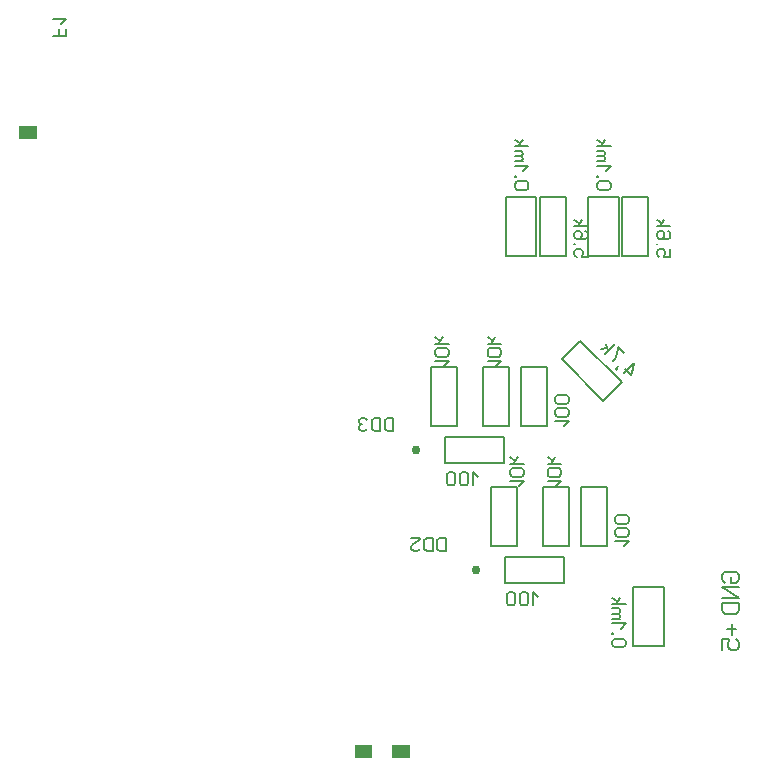
<source format=gbr>
%FSLAX34Y34*%
%MOMM*%
%LNSILK_BOTTOM*%
G71*
G01*
%ADD10C, 0.75*%
%ADD11C, 0.21*%
%ADD12C, 0.19*%
%ADD13C, 0.00*%
%ADD14C, 0.10*%
%ADD15C, 0.15*%
%LPD*%
X510725Y-639089D02*
G54D10*
D03*
G54D11*
X480799Y-611761D02*
X485132Y-611761D01*
X485132Y-623316D01*
X480799Y-623316D01*
X479065Y-622594D01*
X478199Y-621150D01*
X478199Y-613928D01*
X479065Y-612483D01*
X480799Y-611761D01*
G54D11*
X469822Y-611761D02*
X474155Y-611761D01*
X474155Y-623316D01*
X469822Y-623316D01*
X468088Y-622594D01*
X467222Y-621150D01*
X467222Y-613928D01*
X468088Y-612483D01*
X469822Y-611761D01*
G54D11*
X456245Y-611761D02*
X463178Y-611761D01*
X463178Y-612483D01*
X462311Y-613928D01*
X457111Y-618261D01*
X456245Y-619705D01*
X456245Y-621150D01*
X457111Y-622594D01*
X458845Y-623316D01*
X460578Y-623316D01*
X462311Y-622594D01*
X463178Y-621150D01*
G54D12*
X726372Y-645208D02*
X726372Y-649742D01*
X731094Y-649742D01*
X732983Y-648608D01*
X733928Y-646342D01*
X733928Y-644075D01*
X732983Y-641808D01*
X731094Y-640675D01*
X721650Y-640675D01*
X719761Y-641808D01*
X718816Y-644075D01*
X718816Y-646342D01*
X719761Y-648608D01*
X721650Y-649742D01*
G54D12*
X733928Y-653898D02*
X718816Y-653898D01*
X733928Y-662964D01*
X718816Y-662964D01*
G54D12*
X733928Y-672788D02*
X733928Y-667121D01*
X718816Y-667121D01*
X718816Y-672788D01*
X719761Y-675054D01*
X721650Y-676188D01*
X731094Y-676188D01*
X732983Y-675054D01*
X733928Y-672788D01*
G54D12*
X727316Y-684727D02*
X727316Y-693794D01*
G54D12*
X723539Y-689260D02*
X731094Y-689260D01*
G54D12*
X718816Y-707016D02*
X718816Y-697950D01*
X725428Y-697950D01*
X725428Y-699083D01*
X724483Y-701350D01*
X724483Y-703616D01*
X725428Y-705883D01*
X727316Y-707016D01*
X731094Y-707016D01*
X732983Y-705883D01*
X733928Y-703616D01*
X733928Y-701350D01*
X732983Y-699083D01*
X731094Y-697950D01*
X459925Y-537489D02*
G54D10*
D03*
G54D11*
X436349Y-510161D02*
X440682Y-510161D01*
X440682Y-521716D01*
X436349Y-521716D01*
X434615Y-520994D01*
X433749Y-519550D01*
X433749Y-512327D01*
X434615Y-510883D01*
X436349Y-510161D01*
G54D11*
X425372Y-510161D02*
X429705Y-510161D01*
X429705Y-521716D01*
X425372Y-521716D01*
X423638Y-520994D01*
X422772Y-519550D01*
X422772Y-512327D01*
X423638Y-510883D01*
X425372Y-510161D01*
G54D11*
X418728Y-519550D02*
X417861Y-520994D01*
X416128Y-521716D01*
X414395Y-521716D01*
X412661Y-520994D01*
X411795Y-519550D01*
X411795Y-518105D01*
X412661Y-516661D01*
X414395Y-515938D01*
X412661Y-515216D01*
X411795Y-513772D01*
X411795Y-512327D01*
X412661Y-510883D01*
X414395Y-510161D01*
X416128Y-510161D01*
X417861Y-510883D01*
X418728Y-512327D01*
G54D11*
X152335Y-187331D02*
X163890Y-187331D01*
X163890Y-181264D01*
G54D11*
X158113Y-187331D02*
X158113Y-181264D01*
G54D11*
X159557Y-177220D02*
X163890Y-172887D01*
X152335Y-172887D01*
G36*
X138211Y-272959D02*
X124211Y-272959D01*
X124211Y-262959D01*
X138211Y-262959D01*
X138211Y-272959D01*
G37*
G54D13*
X138211Y-272959D02*
X124211Y-272959D01*
X124211Y-262959D01*
X138211Y-262959D01*
X138211Y-272959D01*
G36*
X422161Y-797384D02*
X408162Y-797384D01*
X408162Y-787384D01*
X422161Y-787384D01*
X422161Y-797384D01*
G37*
G54D13*
X422161Y-797384D02*
X408162Y-797384D01*
X408162Y-787384D01*
X422161Y-787384D01*
X422161Y-797384D01*
G54D14*
X422161Y-787384D02*
X422161Y-797384D01*
X408162Y-797384D01*
X408162Y-787384D01*
X422161Y-787384D01*
G36*
X453912Y-797384D02*
X439912Y-797384D01*
X439911Y-787384D01*
X453912Y-787384D01*
X453912Y-797384D01*
G37*
G54D13*
X453912Y-797384D02*
X439912Y-797384D01*
X439911Y-787384D01*
X453912Y-787384D01*
X453912Y-797384D01*
G54D14*
X453912Y-787384D02*
X453912Y-797384D01*
X439912Y-797384D01*
X439911Y-787384D01*
X453912Y-787384D01*
G54D15*
X583289Y-460448D02*
X618644Y-495804D01*
X634201Y-480248D01*
X598846Y-444892D01*
X583289Y-460448D01*
G54D11*
X636181Y-471974D02*
X644352Y-463803D01*
X642922Y-472587D01*
X641900Y-473608D01*
X636998Y-468706D01*
G54D11*
X630870Y-466664D02*
X629849Y-467685D01*
X629440Y-469319D01*
X630053Y-469932D01*
G54D11*
X636182Y-455634D02*
X631279Y-450731D01*
X630871Y-452365D01*
X630564Y-455123D01*
X629747Y-458391D01*
X628828Y-460536D01*
X626785Y-462579D01*
G54D11*
X620249Y-456042D02*
X628420Y-447872D01*
G54D11*
X621475Y-451140D02*
X616572Y-452366D01*
G54D11*
X622292Y-454000D02*
X621168Y-447769D01*
G54D15*
X548566Y-466834D02*
X548566Y-516834D01*
X570566Y-516834D01*
X570566Y-466834D01*
X548566Y-466834D01*
G54D11*
X585039Y-517584D02*
X589372Y-513250D01*
X577816Y-513250D01*
G54D11*
X588650Y-503140D02*
X587205Y-502273D01*
X579983Y-502273D01*
X578539Y-503140D01*
X577816Y-504873D01*
X577816Y-506606D01*
X578539Y-508340D01*
X579983Y-509206D01*
X587205Y-509206D01*
X588650Y-508340D01*
X589372Y-506606D01*
X589372Y-504873D01*
X588650Y-503140D01*
G54D11*
X588650Y-492163D02*
X587205Y-491296D01*
X579983Y-491296D01*
X578539Y-492163D01*
X577816Y-493896D01*
X577816Y-495630D01*
X578539Y-497363D01*
X579983Y-498230D01*
X587205Y-498230D01*
X588650Y-497363D01*
X589372Y-495630D01*
X589372Y-493896D01*
X588650Y-492163D01*
G54D15*
X516816Y-466834D02*
X516816Y-516834D01*
X538816Y-516834D01*
X538816Y-466834D01*
X516816Y-466834D01*
G54D11*
X527889Y-466784D02*
X532222Y-462450D01*
X520666Y-462450D01*
G54D11*
X531500Y-452340D02*
X530055Y-451473D01*
X522833Y-451473D01*
X521389Y-452340D01*
X520666Y-454073D01*
X520666Y-455806D01*
X521389Y-457540D01*
X522833Y-458406D01*
X530055Y-458406D01*
X531500Y-457540D01*
X532222Y-455806D01*
X532222Y-454073D01*
X531500Y-452340D01*
G54D11*
X520666Y-447430D02*
X532222Y-447430D01*
G54D11*
X525000Y-444830D02*
X520666Y-442230D01*
G54D11*
X523555Y-447430D02*
X527166Y-442230D01*
G54D15*
X472366Y-466834D02*
X472366Y-516834D01*
X494366Y-516834D01*
X494366Y-466834D01*
X472366Y-466834D01*
G54D11*
X483439Y-466784D02*
X487772Y-462450D01*
X476216Y-462450D01*
G54D11*
X487050Y-452340D02*
X485605Y-451473D01*
X478383Y-451473D01*
X476939Y-452340D01*
X476216Y-454073D01*
X476216Y-455806D01*
X476939Y-457540D01*
X478383Y-458406D01*
X485605Y-458406D01*
X487050Y-457540D01*
X487772Y-455806D01*
X487772Y-454073D01*
X487050Y-452340D01*
G54D11*
X476216Y-447430D02*
X487772Y-447430D01*
G54D11*
X480550Y-444830D02*
X476216Y-442230D01*
G54D11*
X479105Y-447430D02*
X482716Y-442230D01*
G54D15*
X534478Y-526652D02*
X484478Y-526652D01*
X484478Y-548652D01*
X534478Y-548652D01*
X534478Y-526652D01*
G54D11*
X512742Y-560262D02*
X508409Y-555928D01*
X508409Y-567484D01*
G54D11*
X498298Y-556650D02*
X497432Y-558095D01*
X497432Y-565317D01*
X498298Y-566762D01*
X500032Y-567484D01*
X501765Y-567484D01*
X503498Y-566762D01*
X504365Y-565317D01*
X504365Y-558095D01*
X503498Y-556650D01*
X501765Y-555928D01*
X500032Y-555928D01*
X498298Y-556650D01*
G54D11*
X487321Y-556650D02*
X486455Y-558095D01*
X486455Y-565317D01*
X487321Y-566762D01*
X489055Y-567484D01*
X490788Y-567484D01*
X492521Y-566762D01*
X493388Y-565317D01*
X493388Y-558095D01*
X492521Y-556650D01*
X490788Y-555928D01*
X489055Y-555928D01*
X487321Y-556650D01*
G54D15*
X599366Y-568434D02*
X599366Y-618434D01*
X621366Y-618434D01*
X621366Y-568434D01*
X599366Y-568434D01*
G54D11*
X635839Y-619184D02*
X640172Y-614850D01*
X628616Y-614850D01*
G54D11*
X639450Y-604740D02*
X638005Y-603873D01*
X630783Y-603873D01*
X629339Y-604740D01*
X628616Y-606473D01*
X628616Y-608206D01*
X629339Y-609940D01*
X630783Y-610806D01*
X638005Y-610806D01*
X639450Y-609940D01*
X640172Y-608206D01*
X640172Y-606473D01*
X639450Y-604740D01*
G54D11*
X639450Y-593763D02*
X638005Y-592896D01*
X630783Y-592896D01*
X629339Y-593763D01*
X628616Y-595496D01*
X628616Y-597230D01*
X629339Y-598963D01*
X630783Y-599830D01*
X638005Y-599830D01*
X639450Y-598963D01*
X640172Y-597230D01*
X640172Y-595496D01*
X639450Y-593763D01*
G54D15*
X567616Y-568434D02*
X567616Y-618434D01*
X589616Y-618434D01*
X589616Y-568434D01*
X567616Y-568434D01*
G54D11*
X578688Y-568384D02*
X583022Y-564050D01*
X571466Y-564050D01*
G54D11*
X582300Y-553940D02*
X580855Y-553073D01*
X573633Y-553073D01*
X572188Y-553940D01*
X571466Y-555673D01*
X571466Y-557406D01*
X572188Y-559140D01*
X573633Y-560006D01*
X580855Y-560006D01*
X582300Y-559140D01*
X583022Y-557406D01*
X583022Y-555673D01*
X582300Y-553940D01*
G54D11*
X571466Y-549030D02*
X583022Y-549030D01*
G54D11*
X575800Y-546430D02*
X571466Y-543830D01*
G54D11*
X574355Y-549030D02*
X577966Y-543830D01*
G54D15*
X523166Y-568434D02*
X523166Y-618434D01*
X545166Y-618434D01*
X545166Y-568434D01*
X523166Y-568434D01*
G54D11*
X546939Y-568384D02*
X551272Y-564050D01*
X539716Y-564050D01*
G54D11*
X550550Y-553940D02*
X549105Y-553073D01*
X541883Y-553073D01*
X540439Y-553940D01*
X539716Y-555673D01*
X539716Y-557406D01*
X540439Y-559140D01*
X541883Y-560006D01*
X549105Y-560006D01*
X550550Y-559140D01*
X551272Y-557406D01*
X551272Y-555673D01*
X550550Y-553940D01*
G54D11*
X539716Y-549030D02*
X551272Y-549030D01*
G54D11*
X544050Y-546430D02*
X539716Y-543830D01*
G54D11*
X542605Y-549030D02*
X546216Y-543830D01*
G54D15*
X585278Y-628252D02*
X535278Y-628252D01*
X535278Y-650253D01*
X585278Y-650252D01*
X585278Y-628252D01*
G54D11*
X563542Y-661862D02*
X559209Y-657528D01*
X559209Y-669084D01*
G54D11*
X549098Y-658250D02*
X548232Y-659695D01*
X548232Y-666917D01*
X549098Y-668362D01*
X550832Y-669084D01*
X552565Y-669084D01*
X554298Y-668362D01*
X555165Y-666917D01*
X555165Y-659695D01*
X554298Y-658250D01*
X552565Y-657528D01*
X550832Y-657528D01*
X549098Y-658250D01*
G54D11*
X538121Y-658250D02*
X537255Y-659695D01*
X537255Y-666917D01*
X538121Y-668362D01*
X539855Y-669084D01*
X541588Y-669084D01*
X543321Y-668362D01*
X544188Y-666917D01*
X544188Y-659695D01*
X543321Y-658250D01*
X541588Y-657528D01*
X539855Y-657528D01*
X538121Y-658250D01*
G54D15*
X643866Y-653696D02*
X643866Y-703696D01*
X669866Y-703696D01*
X669866Y-653696D01*
X643866Y-653696D01*
G54D11*
X637149Y-698380D02*
X635705Y-697513D01*
X628482Y-697513D01*
X627038Y-698380D01*
X626316Y-700113D01*
X626316Y-701846D01*
X627038Y-703580D01*
X628483Y-704446D01*
X635705Y-704446D01*
X637149Y-703580D01*
X637871Y-701846D01*
X637871Y-700113D01*
X637149Y-698380D01*
G54D11*
X626894Y-692776D02*
X626316Y-692776D01*
X626316Y-693469D01*
X626894Y-693469D01*
X626894Y-692776D01*
G54D11*
X626316Y-692776D02*
X626316Y-693469D01*
G54D11*
X633538Y-688732D02*
X637871Y-684399D01*
X626316Y-684399D01*
G54D11*
X626316Y-680355D02*
X632816Y-680355D01*
G54D11*
X631660Y-680355D02*
X632816Y-678622D01*
X632383Y-676888D01*
X631371Y-676022D01*
X626316Y-676022D01*
G54D11*
X631660Y-676022D02*
X632816Y-674288D01*
X632383Y-672555D01*
X631371Y-671688D01*
X626316Y-671688D01*
G54D11*
X626316Y-667644D02*
X637871Y-667644D01*
G54D11*
X630649Y-665044D02*
X626316Y-662444D01*
G54D11*
X629205Y-667644D02*
X632816Y-662444D01*
G54D15*
X605766Y-323496D02*
X605766Y-373496D01*
X631766Y-373496D01*
X631766Y-323496D01*
X605766Y-323496D01*
G54D11*
X624449Y-311030D02*
X623005Y-310163D01*
X615782Y-310163D01*
X614338Y-311030D01*
X613616Y-312763D01*
X613616Y-314496D01*
X614338Y-316230D01*
X615783Y-317096D01*
X623005Y-317096D01*
X624449Y-316230D01*
X625171Y-314496D01*
X625171Y-312763D01*
X624449Y-311030D01*
G54D11*
X614194Y-305426D02*
X613616Y-305426D01*
X613616Y-306119D01*
X614194Y-306119D01*
X614194Y-305426D01*
G54D11*
X613616Y-305426D02*
X613616Y-306119D01*
G54D11*
X620838Y-301382D02*
X625171Y-297049D01*
X613616Y-297049D01*
G54D11*
X613616Y-293005D02*
X620116Y-293005D01*
G54D11*
X618960Y-293005D02*
X620116Y-291272D01*
X619683Y-289538D01*
X618671Y-288672D01*
X613616Y-288672D01*
G54D11*
X618960Y-288672D02*
X620116Y-286938D01*
X619683Y-285205D01*
X618671Y-284338D01*
X613616Y-284338D01*
G54D11*
X613616Y-280294D02*
X625171Y-280294D01*
G54D11*
X617949Y-277694D02*
X613616Y-275094D01*
G54D11*
X616505Y-280294D02*
X620116Y-275094D01*
G54D15*
X634668Y-323655D02*
X634668Y-373655D01*
X656668Y-373655D01*
X656668Y-323655D01*
X634668Y-323655D01*
G54D11*
X675473Y-367471D02*
X675473Y-374405D01*
X670418Y-374405D01*
X670418Y-373538D01*
X671140Y-371805D01*
X671140Y-370072D01*
X670418Y-368338D01*
X668973Y-367472D01*
X666084Y-367472D01*
X664640Y-368338D01*
X663918Y-370071D01*
X663918Y-371805D01*
X664640Y-373538D01*
X666084Y-374405D01*
G54D11*
X664495Y-362734D02*
X663918Y-362734D01*
X663918Y-363428D01*
X664495Y-363428D01*
X664495Y-362734D01*
G54D11*
X663918Y-362734D02*
X663918Y-363428D01*
G54D11*
X673306Y-351757D02*
X674751Y-352624D01*
X675473Y-354358D01*
X675473Y-356091D01*
X674751Y-357824D01*
X673306Y-358691D01*
X669695Y-358691D01*
X668973Y-358691D01*
X670418Y-356091D01*
X670418Y-354358D01*
X669695Y-352624D01*
X668251Y-351757D01*
X666084Y-351757D01*
X664640Y-352624D01*
X663918Y-354358D01*
X663918Y-356091D01*
X664640Y-357824D01*
X666084Y-358691D01*
X669695Y-358691D01*
G54D11*
X663918Y-347714D02*
X675473Y-347714D01*
G54D11*
X668251Y-345114D02*
X663918Y-342514D01*
G54D11*
X666806Y-347714D02*
X670418Y-342514D01*
G54D15*
X535916Y-323496D02*
X535916Y-373496D01*
X561916Y-373496D01*
X561916Y-323496D01*
X535916Y-323496D01*
G54D11*
X554599Y-311030D02*
X553155Y-310163D01*
X545932Y-310163D01*
X544488Y-311030D01*
X543766Y-312763D01*
X543766Y-314496D01*
X544488Y-316230D01*
X545933Y-317096D01*
X553155Y-317096D01*
X554599Y-316230D01*
X555321Y-314496D01*
X555321Y-312763D01*
X554599Y-311030D01*
G54D11*
X544344Y-305426D02*
X543766Y-305426D01*
X543766Y-306119D01*
X544344Y-306119D01*
X544344Y-305426D01*
G54D11*
X543766Y-305426D02*
X543766Y-306119D01*
G54D11*
X550988Y-301382D02*
X555321Y-297049D01*
X543766Y-297049D01*
G54D11*
X543766Y-293005D02*
X550266Y-293005D01*
G54D11*
X549110Y-293005D02*
X550266Y-291272D01*
X549833Y-289538D01*
X548821Y-288672D01*
X543766Y-288672D01*
G54D11*
X549110Y-288672D02*
X550266Y-286938D01*
X549833Y-285205D01*
X548821Y-284338D01*
X543766Y-284338D01*
G54D11*
X543766Y-280294D02*
X555321Y-280294D01*
G54D11*
X548099Y-277694D02*
X543766Y-275094D01*
G54D11*
X546655Y-280294D02*
X550266Y-275094D01*
G54D15*
X564818Y-323655D02*
X564818Y-373655D01*
X586818Y-373655D01*
X586818Y-323655D01*
X564818Y-323655D01*
G54D11*
X605623Y-367471D02*
X605623Y-374405D01*
X600568Y-374405D01*
X600568Y-373538D01*
X601290Y-371805D01*
X601290Y-370072D01*
X600568Y-368338D01*
X599123Y-367472D01*
X596234Y-367472D01*
X594790Y-368338D01*
X594068Y-370071D01*
X594068Y-371805D01*
X594790Y-373538D01*
X596234Y-374405D01*
G54D11*
X594645Y-362734D02*
X594068Y-362734D01*
X594068Y-363428D01*
X594645Y-363428D01*
X594645Y-362734D01*
G54D11*
X594068Y-362734D02*
X594068Y-363428D01*
G54D11*
X603456Y-351757D02*
X604901Y-352624D01*
X605623Y-354358D01*
X605623Y-356091D01*
X604901Y-357824D01*
X603456Y-358691D01*
X599845Y-358691D01*
X599123Y-358691D01*
X600568Y-356091D01*
X600568Y-354358D01*
X599845Y-352624D01*
X598401Y-351757D01*
X596234Y-351757D01*
X594790Y-352624D01*
X594068Y-354358D01*
X594068Y-356091D01*
X594790Y-357824D01*
X596234Y-358691D01*
X599845Y-358691D01*
G54D11*
X594068Y-347714D02*
X605623Y-347714D01*
G54D11*
X598401Y-345114D02*
X594068Y-342514D01*
G54D11*
X596956Y-347714D02*
X600568Y-342514D01*
M02*

</source>
